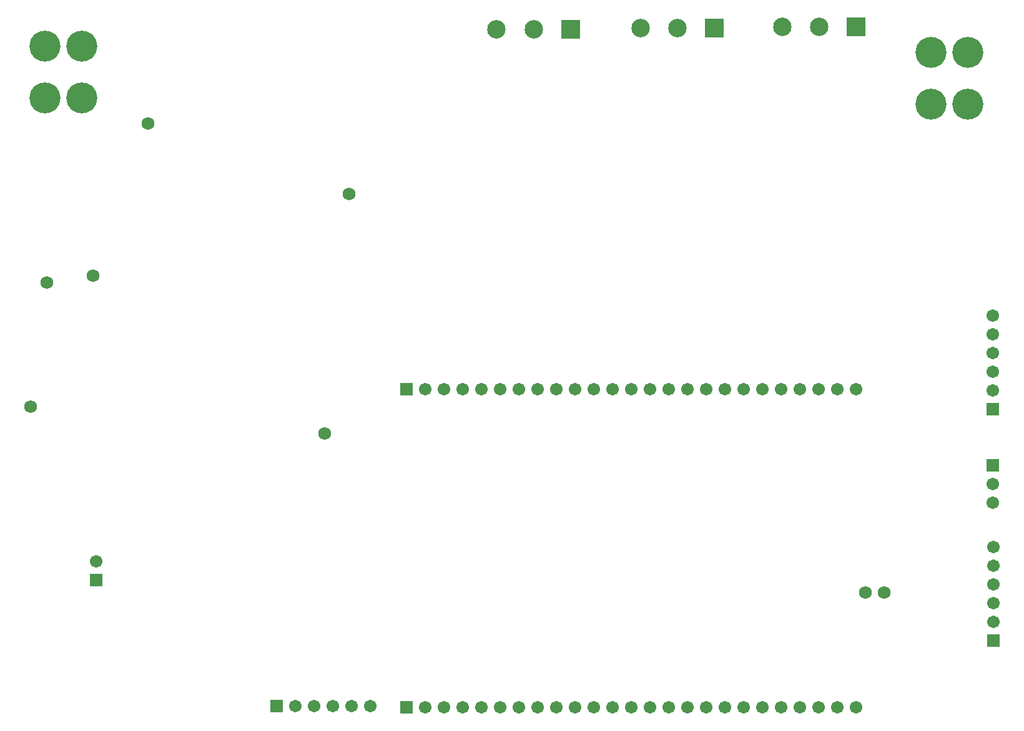
<source format=gbr>
G04 DipTrace 2.4.0.2*
%INBottomMask.gbr*%
%MOIN*%
%ADD110C,0.068*%
%ADD120C,0.0671*%
%ADD122R,0.0671X0.0671*%
%ADD124C,0.0986*%
%ADD126R,0.0986X0.0986*%
%ADD128C,0.1655*%
%FSLAX44Y44*%
G04*
G70*
G90*
G75*
G01*
%LNBotMask*%
%LPD*%
D128*
X53940Y37190D3*
X55909D3*
Y39946D3*
X53940D3*
D126*
X49940Y41315D3*
D124*
X47971D3*
X46003D3*
D126*
X42377Y41253D3*
D124*
X40409D3*
X38440D3*
D126*
X34690Y41190D3*
D124*
X32721D3*
X30753D3*
D122*
X25940Y21940D3*
D120*
X26940D3*
X27940D3*
X28940D3*
X29940D3*
X30940D3*
X31940D3*
X32940D3*
X33940D3*
X34940D3*
X35940D3*
X36940D3*
X37940D3*
X38940D3*
X39940D3*
X40940D3*
X41940D3*
X42940D3*
X43940D3*
X44940D3*
X45940D3*
X46940D3*
X47940D3*
X48940D3*
X49940D3*
D122*
X25940Y4940D3*
D120*
X26940D3*
X27940D3*
X28940D3*
X29940D3*
X30940D3*
X31940D3*
X32940D3*
X33940D3*
X34940D3*
X35940D3*
X36940D3*
X37940D3*
X38940D3*
X39940D3*
X40940D3*
X41940D3*
X42940D3*
X43940D3*
X44940D3*
X45940D3*
X46940D3*
X47940D3*
X48940D3*
X49940D3*
D122*
X19002Y5003D3*
D120*
X20002D3*
X21002D3*
X22002D3*
X23002D3*
X24002D3*
D122*
X57258Y8499D3*
D120*
Y9499D3*
Y10499D3*
Y11499D3*
Y12499D3*
Y13499D3*
D122*
X9377Y11753D3*
D120*
Y12753D3*
D122*
X57253Y17877D3*
D120*
Y16877D3*
Y15877D3*
D122*
Y20878D3*
D120*
Y21878D3*
Y22878D3*
Y23878D3*
Y24878D3*
Y25878D3*
D128*
X6628Y37502D3*
X8596D3*
Y40258D3*
X6628D3*
D110*
X50445Y11062D3*
X51445D3*
X12128Y36127D3*
X22879Y32376D3*
X21567Y19563D3*
X6753Y27626D3*
X9191Y28001D3*
X5878Y21000D3*
M02*

</source>
